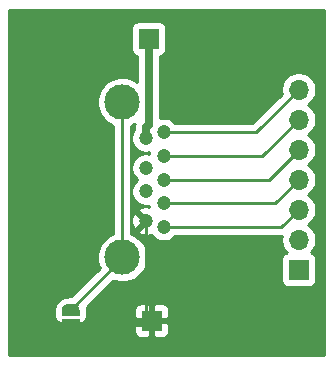
<source format=gbr>
%TF.GenerationSoftware,KiCad,Pcbnew,5.1.6+dfsg1-1*%
%TF.CreationDate,2021-09-27T21:48:19-05:00*%
%TF.ProjectId,USB-BREAKOUT,5553422d-4252-4454-914b-4f55542e6b69,rev?*%
%TF.SameCoordinates,Original*%
%TF.FileFunction,Copper,L1,Top*%
%TF.FilePolarity,Positive*%
%FSLAX46Y46*%
G04 Gerber Fmt 4.6, Leading zero omitted, Abs format (unit mm)*
G04 Created by KiCad (PCBNEW 5.1.6+dfsg1-1) date 2021-09-27 21:48:19*
%MOMM*%
%LPD*%
G01*
G04 APERTURE LIST*
%TA.AperFunction,ComponentPad*%
%ADD10C,3.000000*%
%TD*%
%TA.AperFunction,ComponentPad*%
%ADD11C,1.200000*%
%TD*%
%TA.AperFunction,ComponentPad*%
%ADD12R,1.700000X1.700000*%
%TD*%
%TA.AperFunction,ComponentPad*%
%ADD13O,1.700000X1.700000*%
%TD*%
%TA.AperFunction,SMDPad,CuDef*%
%ADD14C,0.100000*%
%TD*%
%TA.AperFunction,Conductor*%
%ADD15C,0.250000*%
%TD*%
%TA.AperFunction,Conductor*%
%ADD16C,0.700000*%
%TD*%
%TA.AperFunction,Conductor*%
%ADD17C,0.254000*%
%TD*%
G04 APERTURE END LIST*
D10*
%TO.P,J1,10*%
%TO.N,/SHIELD*%
X86416000Y-69816000D03*
X86416000Y-56676000D03*
D11*
%TO.P,J1,9*%
%TO.N,/SSTX+*%
X89916000Y-59246000D03*
%TO.P,J1,8*%
%TO.N,/SSTX-*%
X89916000Y-61246000D03*
%TO.P,J1,7*%
%TO.N,/DRAIN*%
X89916000Y-63246000D03*
%TO.P,J1,6*%
%TO.N,/SSRX+*%
X89916000Y-65246000D03*
%TO.P,J1,5*%
%TO.N,/SSRX-*%
X89916000Y-67246000D03*
%TO.P,J1,4*%
%TO.N,/GND*%
X88416000Y-66746000D03*
%TO.P,J1,3*%
%TO.N,/D+*%
X88416000Y-64246000D03*
%TO.P,J1,2*%
%TO.N,/D-*%
X88416000Y-62246000D03*
%TO.P,J1,1*%
%TO.N,/VBUS*%
X88416000Y-59746000D03*
%TD*%
D12*
%TO.P,J3,1*%
%TO.N,/VBUS*%
X88646000Y-51308000D03*
%TD*%
%TO.P,J4,1*%
%TO.N,/GND*%
X88900000Y-75184000D03*
%TD*%
D13*
%TO.P,J2,7*%
%TO.N,/SSTX+*%
X101346000Y-55626000D03*
%TO.P,J2,6*%
%TO.N,/SSTX-*%
X101346000Y-58166000D03*
%TO.P,J2,5*%
%TO.N,/DRAIN*%
X101346000Y-60706000D03*
%TO.P,J2,4*%
%TO.N,/SSRX+*%
X101346000Y-63246000D03*
%TO.P,J2,3*%
%TO.N,/SSRX-*%
X101346000Y-65786000D03*
%TO.P,J2,2*%
%TO.N,/D-*%
X101346000Y-68326000D03*
D12*
%TO.P,J2,1*%
%TO.N,/D+*%
X101346000Y-70866000D03*
%TD*%
%TA.AperFunction,SMDPad,CuDef*%
D14*
%TO.P,J5,2*%
%TO.N,/GND*%
G36*
X82791398Y-75580000D02*
G01*
X82791398Y-75604534D01*
X82786588Y-75653365D01*
X82777016Y-75701490D01*
X82762772Y-75748445D01*
X82743995Y-75793778D01*
X82720864Y-75837051D01*
X82693604Y-75877850D01*
X82662476Y-75915779D01*
X82627779Y-75950476D01*
X82589850Y-75981604D01*
X82549051Y-76008864D01*
X82505778Y-76031995D01*
X82460445Y-76050772D01*
X82413490Y-76065016D01*
X82365365Y-76074588D01*
X82316534Y-76079398D01*
X82292000Y-76079398D01*
X82292000Y-76080000D01*
X81792000Y-76080000D01*
X81792000Y-76079398D01*
X81767466Y-76079398D01*
X81718635Y-76074588D01*
X81670510Y-76065016D01*
X81623555Y-76050772D01*
X81578222Y-76031995D01*
X81534949Y-76008864D01*
X81494150Y-75981604D01*
X81456221Y-75950476D01*
X81421524Y-75915779D01*
X81390396Y-75877850D01*
X81363136Y-75837051D01*
X81340005Y-75793778D01*
X81321228Y-75748445D01*
X81306984Y-75701490D01*
X81297412Y-75653365D01*
X81292602Y-75604534D01*
X81292602Y-75580000D01*
X81292000Y-75580000D01*
X81292000Y-75080000D01*
X82792000Y-75080000D01*
X82792000Y-75580000D01*
X82791398Y-75580000D01*
G37*
%TD.AperFunction*%
%TA.AperFunction,SMDPad,CuDef*%
%TO.P,J5,1*%
%TO.N,/SHIELD*%
G36*
X81292000Y-74780000D02*
G01*
X81292000Y-74280000D01*
X81292602Y-74280000D01*
X81292602Y-74255466D01*
X81297412Y-74206635D01*
X81306984Y-74158510D01*
X81321228Y-74111555D01*
X81340005Y-74066222D01*
X81363136Y-74022949D01*
X81390396Y-73982150D01*
X81421524Y-73944221D01*
X81456221Y-73909524D01*
X81494150Y-73878396D01*
X81534949Y-73851136D01*
X81578222Y-73828005D01*
X81623555Y-73809228D01*
X81670510Y-73794984D01*
X81718635Y-73785412D01*
X81767466Y-73780602D01*
X81792000Y-73780602D01*
X81792000Y-73780000D01*
X82292000Y-73780000D01*
X82292000Y-73780602D01*
X82316534Y-73780602D01*
X82365365Y-73785412D01*
X82413490Y-73794984D01*
X82460445Y-73809228D01*
X82505778Y-73828005D01*
X82549051Y-73851136D01*
X82589850Y-73878396D01*
X82627779Y-73909524D01*
X82662476Y-73944221D01*
X82693604Y-73982150D01*
X82720864Y-74022949D01*
X82743995Y-74066222D01*
X82762772Y-74111555D01*
X82777016Y-74158510D01*
X82786588Y-74206635D01*
X82791398Y-74255466D01*
X82791398Y-74280000D01*
X82792000Y-74280000D01*
X82792000Y-74780000D01*
X81292000Y-74780000D01*
G37*
%TD.AperFunction*%
%TD*%
D15*
%TO.N,/SHIELD*%
X86416000Y-69816000D02*
X86416000Y-56676000D01*
X86416000Y-69906000D02*
X86416000Y-69816000D01*
X82042000Y-74280000D02*
X86416000Y-69906000D01*
%TO.N,/SSTX+*%
X97726000Y-59246000D02*
X101346000Y-55626000D01*
X89916000Y-59246000D02*
X97726000Y-59246000D01*
%TO.N,/SSTX-*%
X98266000Y-61246000D02*
X101346000Y-58166000D01*
X89916000Y-61246000D02*
X98266000Y-61246000D01*
%TO.N,/DRAIN*%
X98806000Y-63246000D02*
X101346000Y-60706000D01*
X89916000Y-63246000D02*
X98806000Y-63246000D01*
%TO.N,/SSRX+*%
X99346000Y-65246000D02*
X101346000Y-63246000D01*
X89916000Y-65246000D02*
X99346000Y-65246000D01*
%TO.N,/SSRX-*%
X99886000Y-67246000D02*
X101346000Y-65786000D01*
X89916000Y-67246000D02*
X99886000Y-67246000D01*
%TO.N,/GND*%
X88504000Y-75580000D02*
X88900000Y-75184000D01*
X82042000Y-75580000D02*
X88504000Y-75580000D01*
X88416000Y-74700000D02*
X88900000Y-75184000D01*
X88416000Y-66746000D02*
X88416000Y-74700000D01*
D16*
%TO.N,/VBUS*%
X88646000Y-58591998D02*
X88646000Y-51308000D01*
X88416000Y-58821998D02*
X88646000Y-58591998D01*
X88416000Y-59746000D02*
X88416000Y-58821998D01*
%TD*%
D17*
%TO.N,/GND*%
G36*
X103480000Y-78080000D02*
G01*
X76860000Y-78080000D01*
X76860000Y-76034000D01*
X87411928Y-76034000D01*
X87424188Y-76158482D01*
X87460498Y-76278180D01*
X87519463Y-76388494D01*
X87598815Y-76485185D01*
X87695506Y-76564537D01*
X87805820Y-76623502D01*
X87925518Y-76659812D01*
X88050000Y-76672072D01*
X88614250Y-76669000D01*
X88773000Y-76510250D01*
X88773000Y-75311000D01*
X89027000Y-75311000D01*
X89027000Y-76510250D01*
X89185750Y-76669000D01*
X89750000Y-76672072D01*
X89874482Y-76659812D01*
X89994180Y-76623502D01*
X90104494Y-76564537D01*
X90201185Y-76485185D01*
X90280537Y-76388494D01*
X90339502Y-76278180D01*
X90375812Y-76158482D01*
X90388072Y-76034000D01*
X90385000Y-75469750D01*
X90226250Y-75311000D01*
X89027000Y-75311000D01*
X88773000Y-75311000D01*
X87573750Y-75311000D01*
X87415000Y-75469750D01*
X87411928Y-76034000D01*
X76860000Y-76034000D01*
X76860000Y-74280000D01*
X80653928Y-74280000D01*
X80653928Y-74780000D01*
X80666188Y-74904482D01*
X80702498Y-75024180D01*
X80761463Y-75134494D01*
X80840815Y-75231185D01*
X80937506Y-75310537D01*
X81047820Y-75369502D01*
X81167518Y-75405812D01*
X81292000Y-75418072D01*
X82792000Y-75418072D01*
X82916482Y-75405812D01*
X83036180Y-75369502D01*
X83146494Y-75310537D01*
X83243185Y-75231185D01*
X83322537Y-75134494D01*
X83381502Y-75024180D01*
X83417812Y-74904482D01*
X83430072Y-74780000D01*
X83430072Y-74334000D01*
X87411928Y-74334000D01*
X87415000Y-74898250D01*
X87573750Y-75057000D01*
X88773000Y-75057000D01*
X88773000Y-73857750D01*
X89027000Y-73857750D01*
X89027000Y-75057000D01*
X90226250Y-75057000D01*
X90385000Y-74898250D01*
X90388072Y-74334000D01*
X90375812Y-74209518D01*
X90339502Y-74089820D01*
X90280537Y-73979506D01*
X90201185Y-73882815D01*
X90104494Y-73803463D01*
X89994180Y-73744498D01*
X89874482Y-73708188D01*
X89750000Y-73695928D01*
X89185750Y-73699000D01*
X89027000Y-73857750D01*
X88773000Y-73857750D01*
X88614250Y-73699000D01*
X88050000Y-73695928D01*
X87925518Y-73708188D01*
X87805820Y-73744498D01*
X87695506Y-73803463D01*
X87598815Y-73882815D01*
X87519463Y-73979506D01*
X87460498Y-74089820D01*
X87424188Y-74209518D01*
X87411928Y-74334000D01*
X83430072Y-74334000D01*
X83430072Y-74280000D01*
X83427664Y-74255550D01*
X83427664Y-74230991D01*
X83415404Y-74106510D01*
X83396282Y-74010377D01*
X83393988Y-74002814D01*
X85605581Y-71791221D01*
X85793244Y-71868953D01*
X86205721Y-71951000D01*
X86626279Y-71951000D01*
X87038756Y-71868953D01*
X87427302Y-71708012D01*
X87776983Y-71474363D01*
X88074363Y-71176983D01*
X88308012Y-70827302D01*
X88468953Y-70438756D01*
X88551000Y-70026279D01*
X88551000Y-69605721D01*
X88468953Y-69193244D01*
X88308012Y-68804698D01*
X88074363Y-68455017D01*
X87776983Y-68157637D01*
X87427302Y-67923988D01*
X87176000Y-67819895D01*
X87176000Y-66824438D01*
X87177505Y-66824438D01*
X87216605Y-67064549D01*
X87301798Y-67292418D01*
X87342652Y-67368852D01*
X87566236Y-67416159D01*
X88236395Y-66746000D01*
X87566236Y-66075841D01*
X87342652Y-66123148D01*
X87241763Y-66344516D01*
X87186000Y-66581313D01*
X87177505Y-66824438D01*
X87176000Y-66824438D01*
X87176000Y-58672105D01*
X87427302Y-58568012D01*
X87472984Y-58537488D01*
X87445253Y-58628905D01*
X87426235Y-58821998D01*
X87431001Y-58870387D01*
X87431001Y-58997214D01*
X87321557Y-59161008D01*
X87228460Y-59385764D01*
X87181000Y-59624363D01*
X87181000Y-59867637D01*
X87228460Y-60106236D01*
X87321557Y-60330992D01*
X87456713Y-60533267D01*
X87628733Y-60705287D01*
X87831008Y-60840443D01*
X88055764Y-60933540D01*
X88294363Y-60981000D01*
X88537637Y-60981000D01*
X88716597Y-60945403D01*
X88697235Y-61042746D01*
X88537637Y-61011000D01*
X88294363Y-61011000D01*
X88055764Y-61058460D01*
X87831008Y-61151557D01*
X87628733Y-61286713D01*
X87456713Y-61458733D01*
X87321557Y-61661008D01*
X87228460Y-61885764D01*
X87181000Y-62124363D01*
X87181000Y-62367637D01*
X87228460Y-62606236D01*
X87321557Y-62830992D01*
X87456713Y-63033267D01*
X87628733Y-63205287D01*
X87689664Y-63246000D01*
X87628733Y-63286713D01*
X87456713Y-63458733D01*
X87321557Y-63661008D01*
X87228460Y-63885764D01*
X87181000Y-64124363D01*
X87181000Y-64367637D01*
X87228460Y-64606236D01*
X87321557Y-64830992D01*
X87456713Y-65033267D01*
X87628733Y-65205287D01*
X87831008Y-65340443D01*
X88055764Y-65433540D01*
X88294363Y-65481000D01*
X88537637Y-65481000D01*
X88697235Y-65449254D01*
X88716891Y-65548074D01*
X88580687Y-65516000D01*
X88337562Y-65507505D01*
X88097451Y-65546605D01*
X87869582Y-65631798D01*
X87793148Y-65672652D01*
X87745841Y-65896236D01*
X88416000Y-66566395D01*
X88430143Y-66552253D01*
X88609748Y-66731858D01*
X88595605Y-66746000D01*
X88609748Y-66760143D01*
X88430143Y-66939748D01*
X88416000Y-66925605D01*
X87745841Y-67595764D01*
X87793148Y-67819348D01*
X88014516Y-67920237D01*
X88251313Y-67976000D01*
X88494438Y-67984495D01*
X88734549Y-67945395D01*
X88865329Y-67896501D01*
X88956713Y-68033267D01*
X89128733Y-68205287D01*
X89331008Y-68340443D01*
X89555764Y-68433540D01*
X89794363Y-68481000D01*
X90037637Y-68481000D01*
X90276236Y-68433540D01*
X90500992Y-68340443D01*
X90703267Y-68205287D01*
X90875287Y-68033267D01*
X90893506Y-68006000D01*
X99848678Y-68006000D01*
X99886000Y-68009676D01*
X99895005Y-68008789D01*
X99861000Y-68179740D01*
X99861000Y-68472260D01*
X99918068Y-68759158D01*
X100030010Y-69029411D01*
X100192525Y-69272632D01*
X100324380Y-69404487D01*
X100251820Y-69426498D01*
X100141506Y-69485463D01*
X100044815Y-69564815D01*
X99965463Y-69661506D01*
X99906498Y-69771820D01*
X99870188Y-69891518D01*
X99857928Y-70016000D01*
X99857928Y-71716000D01*
X99870188Y-71840482D01*
X99906498Y-71960180D01*
X99965463Y-72070494D01*
X100044815Y-72167185D01*
X100141506Y-72246537D01*
X100251820Y-72305502D01*
X100371518Y-72341812D01*
X100496000Y-72354072D01*
X102196000Y-72354072D01*
X102320482Y-72341812D01*
X102440180Y-72305502D01*
X102550494Y-72246537D01*
X102647185Y-72167185D01*
X102726537Y-72070494D01*
X102785502Y-71960180D01*
X102821812Y-71840482D01*
X102834072Y-71716000D01*
X102834072Y-70016000D01*
X102821812Y-69891518D01*
X102785502Y-69771820D01*
X102726537Y-69661506D01*
X102647185Y-69564815D01*
X102550494Y-69485463D01*
X102440180Y-69426498D01*
X102367620Y-69404487D01*
X102499475Y-69272632D01*
X102661990Y-69029411D01*
X102773932Y-68759158D01*
X102831000Y-68472260D01*
X102831000Y-68179740D01*
X102773932Y-67892842D01*
X102661990Y-67622589D01*
X102499475Y-67379368D01*
X102292632Y-67172525D01*
X102118240Y-67056000D01*
X102292632Y-66939475D01*
X102499475Y-66732632D01*
X102661990Y-66489411D01*
X102773932Y-66219158D01*
X102831000Y-65932260D01*
X102831000Y-65639740D01*
X102773932Y-65352842D01*
X102661990Y-65082589D01*
X102499475Y-64839368D01*
X102292632Y-64632525D01*
X102118240Y-64516000D01*
X102292632Y-64399475D01*
X102499475Y-64192632D01*
X102661990Y-63949411D01*
X102773932Y-63679158D01*
X102831000Y-63392260D01*
X102831000Y-63099740D01*
X102773932Y-62812842D01*
X102661990Y-62542589D01*
X102499475Y-62299368D01*
X102292632Y-62092525D01*
X102118240Y-61976000D01*
X102292632Y-61859475D01*
X102499475Y-61652632D01*
X102661990Y-61409411D01*
X102773932Y-61139158D01*
X102831000Y-60852260D01*
X102831000Y-60559740D01*
X102773932Y-60272842D01*
X102661990Y-60002589D01*
X102499475Y-59759368D01*
X102292632Y-59552525D01*
X102118240Y-59436000D01*
X102292632Y-59319475D01*
X102499475Y-59112632D01*
X102661990Y-58869411D01*
X102773932Y-58599158D01*
X102831000Y-58312260D01*
X102831000Y-58019740D01*
X102773932Y-57732842D01*
X102661990Y-57462589D01*
X102499475Y-57219368D01*
X102292632Y-57012525D01*
X102118240Y-56896000D01*
X102292632Y-56779475D01*
X102499475Y-56572632D01*
X102661990Y-56329411D01*
X102773932Y-56059158D01*
X102831000Y-55772260D01*
X102831000Y-55479740D01*
X102773932Y-55192842D01*
X102661990Y-54922589D01*
X102499475Y-54679368D01*
X102292632Y-54472525D01*
X102049411Y-54310010D01*
X101779158Y-54198068D01*
X101492260Y-54141000D01*
X101199740Y-54141000D01*
X100912842Y-54198068D01*
X100642589Y-54310010D01*
X100399368Y-54472525D01*
X100192525Y-54679368D01*
X100030010Y-54922589D01*
X99918068Y-55192842D01*
X99861000Y-55479740D01*
X99861000Y-55772260D01*
X99904790Y-55992408D01*
X97411199Y-58486000D01*
X90893506Y-58486000D01*
X90875287Y-58458733D01*
X90703267Y-58286713D01*
X90500992Y-58151557D01*
X90276236Y-58058460D01*
X90037637Y-58011000D01*
X89794363Y-58011000D01*
X89631000Y-58043495D01*
X89631000Y-52780621D01*
X89740180Y-52747502D01*
X89850494Y-52688537D01*
X89947185Y-52609185D01*
X90026537Y-52512494D01*
X90085502Y-52402180D01*
X90121812Y-52282482D01*
X90134072Y-52158000D01*
X90134072Y-50458000D01*
X90121812Y-50333518D01*
X90085502Y-50213820D01*
X90026537Y-50103506D01*
X89947185Y-50006815D01*
X89850494Y-49927463D01*
X89740180Y-49868498D01*
X89620482Y-49832188D01*
X89496000Y-49819928D01*
X87796000Y-49819928D01*
X87671518Y-49832188D01*
X87551820Y-49868498D01*
X87441506Y-49927463D01*
X87344815Y-50006815D01*
X87265463Y-50103506D01*
X87206498Y-50213820D01*
X87170188Y-50333518D01*
X87157928Y-50458000D01*
X87157928Y-52158000D01*
X87170188Y-52282482D01*
X87206498Y-52402180D01*
X87265463Y-52512494D01*
X87344815Y-52609185D01*
X87441506Y-52688537D01*
X87551820Y-52747502D01*
X87661001Y-52780622D01*
X87661001Y-54940140D01*
X87427302Y-54783988D01*
X87038756Y-54623047D01*
X86626279Y-54541000D01*
X86205721Y-54541000D01*
X85793244Y-54623047D01*
X85404698Y-54783988D01*
X85055017Y-55017637D01*
X84757637Y-55315017D01*
X84523988Y-55664698D01*
X84363047Y-56053244D01*
X84281000Y-56465721D01*
X84281000Y-56886279D01*
X84363047Y-57298756D01*
X84523988Y-57687302D01*
X84757637Y-58036983D01*
X85055017Y-58334363D01*
X85404698Y-58568012D01*
X85656001Y-58672105D01*
X85656000Y-67819895D01*
X85404698Y-67923988D01*
X85055017Y-68157637D01*
X84757637Y-68455017D01*
X84523988Y-68804698D01*
X84363047Y-69193244D01*
X84281000Y-69605721D01*
X84281000Y-70026279D01*
X84363047Y-70438756D01*
X84493500Y-70753698D01*
X82105271Y-73141928D01*
X81792000Y-73141928D01*
X81767550Y-73144336D01*
X81742991Y-73144336D01*
X81618510Y-73156596D01*
X81522377Y-73175718D01*
X81402681Y-73212027D01*
X81312125Y-73249536D01*
X81201808Y-73308502D01*
X81120309Y-73362958D01*
X81023618Y-73442310D01*
X80954310Y-73511618D01*
X80874958Y-73608309D01*
X80820502Y-73689808D01*
X80761536Y-73800125D01*
X80724027Y-73890681D01*
X80687718Y-74010377D01*
X80668596Y-74106510D01*
X80656336Y-74230991D01*
X80656336Y-74255550D01*
X80653928Y-74280000D01*
X76860000Y-74280000D01*
X76860000Y-48920000D01*
X103480001Y-48920000D01*
X103480000Y-78080000D01*
G37*
X103480000Y-78080000D02*
X76860000Y-78080000D01*
X76860000Y-76034000D01*
X87411928Y-76034000D01*
X87424188Y-76158482D01*
X87460498Y-76278180D01*
X87519463Y-76388494D01*
X87598815Y-76485185D01*
X87695506Y-76564537D01*
X87805820Y-76623502D01*
X87925518Y-76659812D01*
X88050000Y-76672072D01*
X88614250Y-76669000D01*
X88773000Y-76510250D01*
X88773000Y-75311000D01*
X89027000Y-75311000D01*
X89027000Y-76510250D01*
X89185750Y-76669000D01*
X89750000Y-76672072D01*
X89874482Y-76659812D01*
X89994180Y-76623502D01*
X90104494Y-76564537D01*
X90201185Y-76485185D01*
X90280537Y-76388494D01*
X90339502Y-76278180D01*
X90375812Y-76158482D01*
X90388072Y-76034000D01*
X90385000Y-75469750D01*
X90226250Y-75311000D01*
X89027000Y-75311000D01*
X88773000Y-75311000D01*
X87573750Y-75311000D01*
X87415000Y-75469750D01*
X87411928Y-76034000D01*
X76860000Y-76034000D01*
X76860000Y-74280000D01*
X80653928Y-74280000D01*
X80653928Y-74780000D01*
X80666188Y-74904482D01*
X80702498Y-75024180D01*
X80761463Y-75134494D01*
X80840815Y-75231185D01*
X80937506Y-75310537D01*
X81047820Y-75369502D01*
X81167518Y-75405812D01*
X81292000Y-75418072D01*
X82792000Y-75418072D01*
X82916482Y-75405812D01*
X83036180Y-75369502D01*
X83146494Y-75310537D01*
X83243185Y-75231185D01*
X83322537Y-75134494D01*
X83381502Y-75024180D01*
X83417812Y-74904482D01*
X83430072Y-74780000D01*
X83430072Y-74334000D01*
X87411928Y-74334000D01*
X87415000Y-74898250D01*
X87573750Y-75057000D01*
X88773000Y-75057000D01*
X88773000Y-73857750D01*
X89027000Y-73857750D01*
X89027000Y-75057000D01*
X90226250Y-75057000D01*
X90385000Y-74898250D01*
X90388072Y-74334000D01*
X90375812Y-74209518D01*
X90339502Y-74089820D01*
X90280537Y-73979506D01*
X90201185Y-73882815D01*
X90104494Y-73803463D01*
X89994180Y-73744498D01*
X89874482Y-73708188D01*
X89750000Y-73695928D01*
X89185750Y-73699000D01*
X89027000Y-73857750D01*
X88773000Y-73857750D01*
X88614250Y-73699000D01*
X88050000Y-73695928D01*
X87925518Y-73708188D01*
X87805820Y-73744498D01*
X87695506Y-73803463D01*
X87598815Y-73882815D01*
X87519463Y-73979506D01*
X87460498Y-74089820D01*
X87424188Y-74209518D01*
X87411928Y-74334000D01*
X83430072Y-74334000D01*
X83430072Y-74280000D01*
X83427664Y-74255550D01*
X83427664Y-74230991D01*
X83415404Y-74106510D01*
X83396282Y-74010377D01*
X83393988Y-74002814D01*
X85605581Y-71791221D01*
X85793244Y-71868953D01*
X86205721Y-71951000D01*
X86626279Y-71951000D01*
X87038756Y-71868953D01*
X87427302Y-71708012D01*
X87776983Y-71474363D01*
X88074363Y-71176983D01*
X88308012Y-70827302D01*
X88468953Y-70438756D01*
X88551000Y-70026279D01*
X88551000Y-69605721D01*
X88468953Y-69193244D01*
X88308012Y-68804698D01*
X88074363Y-68455017D01*
X87776983Y-68157637D01*
X87427302Y-67923988D01*
X87176000Y-67819895D01*
X87176000Y-66824438D01*
X87177505Y-66824438D01*
X87216605Y-67064549D01*
X87301798Y-67292418D01*
X87342652Y-67368852D01*
X87566236Y-67416159D01*
X88236395Y-66746000D01*
X87566236Y-66075841D01*
X87342652Y-66123148D01*
X87241763Y-66344516D01*
X87186000Y-66581313D01*
X87177505Y-66824438D01*
X87176000Y-66824438D01*
X87176000Y-58672105D01*
X87427302Y-58568012D01*
X87472984Y-58537488D01*
X87445253Y-58628905D01*
X87426235Y-58821998D01*
X87431001Y-58870387D01*
X87431001Y-58997214D01*
X87321557Y-59161008D01*
X87228460Y-59385764D01*
X87181000Y-59624363D01*
X87181000Y-59867637D01*
X87228460Y-60106236D01*
X87321557Y-60330992D01*
X87456713Y-60533267D01*
X87628733Y-60705287D01*
X87831008Y-60840443D01*
X88055764Y-60933540D01*
X88294363Y-60981000D01*
X88537637Y-60981000D01*
X88716597Y-60945403D01*
X88697235Y-61042746D01*
X88537637Y-61011000D01*
X88294363Y-61011000D01*
X88055764Y-61058460D01*
X87831008Y-61151557D01*
X87628733Y-61286713D01*
X87456713Y-61458733D01*
X87321557Y-61661008D01*
X87228460Y-61885764D01*
X87181000Y-62124363D01*
X87181000Y-62367637D01*
X87228460Y-62606236D01*
X87321557Y-62830992D01*
X87456713Y-63033267D01*
X87628733Y-63205287D01*
X87689664Y-63246000D01*
X87628733Y-63286713D01*
X87456713Y-63458733D01*
X87321557Y-63661008D01*
X87228460Y-63885764D01*
X87181000Y-64124363D01*
X87181000Y-64367637D01*
X87228460Y-64606236D01*
X87321557Y-64830992D01*
X87456713Y-65033267D01*
X87628733Y-65205287D01*
X87831008Y-65340443D01*
X88055764Y-65433540D01*
X88294363Y-65481000D01*
X88537637Y-65481000D01*
X88697235Y-65449254D01*
X88716891Y-65548074D01*
X88580687Y-65516000D01*
X88337562Y-65507505D01*
X88097451Y-65546605D01*
X87869582Y-65631798D01*
X87793148Y-65672652D01*
X87745841Y-65896236D01*
X88416000Y-66566395D01*
X88430143Y-66552253D01*
X88609748Y-66731858D01*
X88595605Y-66746000D01*
X88609748Y-66760143D01*
X88430143Y-66939748D01*
X88416000Y-66925605D01*
X87745841Y-67595764D01*
X87793148Y-67819348D01*
X88014516Y-67920237D01*
X88251313Y-67976000D01*
X88494438Y-67984495D01*
X88734549Y-67945395D01*
X88865329Y-67896501D01*
X88956713Y-68033267D01*
X89128733Y-68205287D01*
X89331008Y-68340443D01*
X89555764Y-68433540D01*
X89794363Y-68481000D01*
X90037637Y-68481000D01*
X90276236Y-68433540D01*
X90500992Y-68340443D01*
X90703267Y-68205287D01*
X90875287Y-68033267D01*
X90893506Y-68006000D01*
X99848678Y-68006000D01*
X99886000Y-68009676D01*
X99895005Y-68008789D01*
X99861000Y-68179740D01*
X99861000Y-68472260D01*
X99918068Y-68759158D01*
X100030010Y-69029411D01*
X100192525Y-69272632D01*
X100324380Y-69404487D01*
X100251820Y-69426498D01*
X100141506Y-69485463D01*
X100044815Y-69564815D01*
X99965463Y-69661506D01*
X99906498Y-69771820D01*
X99870188Y-69891518D01*
X99857928Y-70016000D01*
X99857928Y-71716000D01*
X99870188Y-71840482D01*
X99906498Y-71960180D01*
X99965463Y-72070494D01*
X100044815Y-72167185D01*
X100141506Y-72246537D01*
X100251820Y-72305502D01*
X100371518Y-72341812D01*
X100496000Y-72354072D01*
X102196000Y-72354072D01*
X102320482Y-72341812D01*
X102440180Y-72305502D01*
X102550494Y-72246537D01*
X102647185Y-72167185D01*
X102726537Y-72070494D01*
X102785502Y-71960180D01*
X102821812Y-71840482D01*
X102834072Y-71716000D01*
X102834072Y-70016000D01*
X102821812Y-69891518D01*
X102785502Y-69771820D01*
X102726537Y-69661506D01*
X102647185Y-69564815D01*
X102550494Y-69485463D01*
X102440180Y-69426498D01*
X102367620Y-69404487D01*
X102499475Y-69272632D01*
X102661990Y-69029411D01*
X102773932Y-68759158D01*
X102831000Y-68472260D01*
X102831000Y-68179740D01*
X102773932Y-67892842D01*
X102661990Y-67622589D01*
X102499475Y-67379368D01*
X102292632Y-67172525D01*
X102118240Y-67056000D01*
X102292632Y-66939475D01*
X102499475Y-66732632D01*
X102661990Y-66489411D01*
X102773932Y-66219158D01*
X102831000Y-65932260D01*
X102831000Y-65639740D01*
X102773932Y-65352842D01*
X102661990Y-65082589D01*
X102499475Y-64839368D01*
X102292632Y-64632525D01*
X102118240Y-64516000D01*
X102292632Y-64399475D01*
X102499475Y-64192632D01*
X102661990Y-63949411D01*
X102773932Y-63679158D01*
X102831000Y-63392260D01*
X102831000Y-63099740D01*
X102773932Y-62812842D01*
X102661990Y-62542589D01*
X102499475Y-62299368D01*
X102292632Y-62092525D01*
X102118240Y-61976000D01*
X102292632Y-61859475D01*
X102499475Y-61652632D01*
X102661990Y-61409411D01*
X102773932Y-61139158D01*
X102831000Y-60852260D01*
X102831000Y-60559740D01*
X102773932Y-60272842D01*
X102661990Y-60002589D01*
X102499475Y-59759368D01*
X102292632Y-59552525D01*
X102118240Y-59436000D01*
X102292632Y-59319475D01*
X102499475Y-59112632D01*
X102661990Y-58869411D01*
X102773932Y-58599158D01*
X102831000Y-58312260D01*
X102831000Y-58019740D01*
X102773932Y-57732842D01*
X102661990Y-57462589D01*
X102499475Y-57219368D01*
X102292632Y-57012525D01*
X102118240Y-56896000D01*
X102292632Y-56779475D01*
X102499475Y-56572632D01*
X102661990Y-56329411D01*
X102773932Y-56059158D01*
X102831000Y-55772260D01*
X102831000Y-55479740D01*
X102773932Y-55192842D01*
X102661990Y-54922589D01*
X102499475Y-54679368D01*
X102292632Y-54472525D01*
X102049411Y-54310010D01*
X101779158Y-54198068D01*
X101492260Y-54141000D01*
X101199740Y-54141000D01*
X100912842Y-54198068D01*
X100642589Y-54310010D01*
X100399368Y-54472525D01*
X100192525Y-54679368D01*
X100030010Y-54922589D01*
X99918068Y-55192842D01*
X99861000Y-55479740D01*
X99861000Y-55772260D01*
X99904790Y-55992408D01*
X97411199Y-58486000D01*
X90893506Y-58486000D01*
X90875287Y-58458733D01*
X90703267Y-58286713D01*
X90500992Y-58151557D01*
X90276236Y-58058460D01*
X90037637Y-58011000D01*
X89794363Y-58011000D01*
X89631000Y-58043495D01*
X89631000Y-52780621D01*
X89740180Y-52747502D01*
X89850494Y-52688537D01*
X89947185Y-52609185D01*
X90026537Y-52512494D01*
X90085502Y-52402180D01*
X90121812Y-52282482D01*
X90134072Y-52158000D01*
X90134072Y-50458000D01*
X90121812Y-50333518D01*
X90085502Y-50213820D01*
X90026537Y-50103506D01*
X89947185Y-50006815D01*
X89850494Y-49927463D01*
X89740180Y-49868498D01*
X89620482Y-49832188D01*
X89496000Y-49819928D01*
X87796000Y-49819928D01*
X87671518Y-49832188D01*
X87551820Y-49868498D01*
X87441506Y-49927463D01*
X87344815Y-50006815D01*
X87265463Y-50103506D01*
X87206498Y-50213820D01*
X87170188Y-50333518D01*
X87157928Y-50458000D01*
X87157928Y-52158000D01*
X87170188Y-52282482D01*
X87206498Y-52402180D01*
X87265463Y-52512494D01*
X87344815Y-52609185D01*
X87441506Y-52688537D01*
X87551820Y-52747502D01*
X87661001Y-52780622D01*
X87661001Y-54940140D01*
X87427302Y-54783988D01*
X87038756Y-54623047D01*
X86626279Y-54541000D01*
X86205721Y-54541000D01*
X85793244Y-54623047D01*
X85404698Y-54783988D01*
X85055017Y-55017637D01*
X84757637Y-55315017D01*
X84523988Y-55664698D01*
X84363047Y-56053244D01*
X84281000Y-56465721D01*
X84281000Y-56886279D01*
X84363047Y-57298756D01*
X84523988Y-57687302D01*
X84757637Y-58036983D01*
X85055017Y-58334363D01*
X85404698Y-58568012D01*
X85656001Y-58672105D01*
X85656000Y-67819895D01*
X85404698Y-67923988D01*
X85055017Y-68157637D01*
X84757637Y-68455017D01*
X84523988Y-68804698D01*
X84363047Y-69193244D01*
X84281000Y-69605721D01*
X84281000Y-70026279D01*
X84363047Y-70438756D01*
X84493500Y-70753698D01*
X82105271Y-73141928D01*
X81792000Y-73141928D01*
X81767550Y-73144336D01*
X81742991Y-73144336D01*
X81618510Y-73156596D01*
X81522377Y-73175718D01*
X81402681Y-73212027D01*
X81312125Y-73249536D01*
X81201808Y-73308502D01*
X81120309Y-73362958D01*
X81023618Y-73442310D01*
X80954310Y-73511618D01*
X80874958Y-73608309D01*
X80820502Y-73689808D01*
X80761536Y-73800125D01*
X80724027Y-73890681D01*
X80687718Y-74010377D01*
X80668596Y-74106510D01*
X80656336Y-74230991D01*
X80656336Y-74255550D01*
X80653928Y-74280000D01*
X76860000Y-74280000D01*
X76860000Y-48920000D01*
X103480001Y-48920000D01*
X103480000Y-78080000D01*
%TD*%
M02*

</source>
